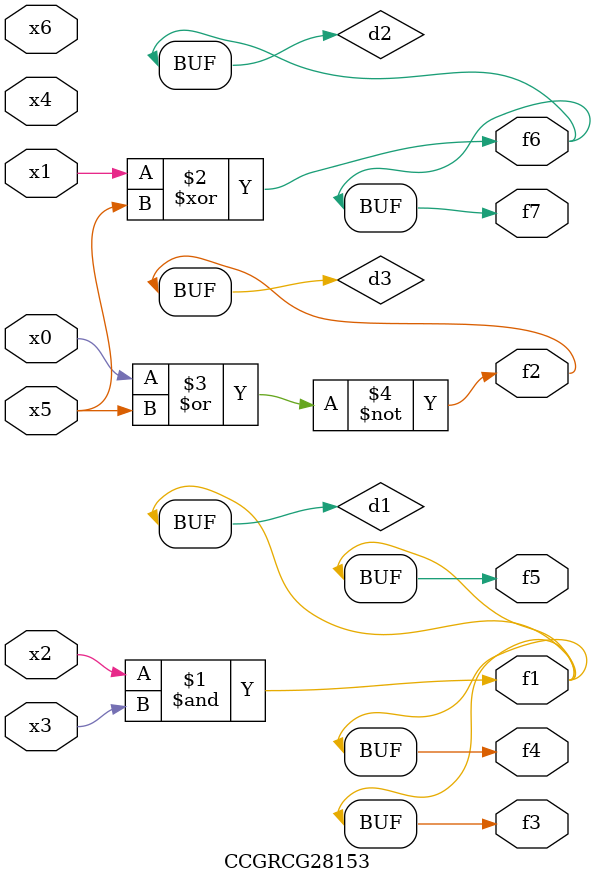
<source format=v>
module CCGRCG28153(
	input x0, x1, x2, x3, x4, x5, x6,
	output f1, f2, f3, f4, f5, f6, f7
);

	wire d1, d2, d3;

	and (d1, x2, x3);
	xor (d2, x1, x5);
	nor (d3, x0, x5);
	assign f1 = d1;
	assign f2 = d3;
	assign f3 = d1;
	assign f4 = d1;
	assign f5 = d1;
	assign f6 = d2;
	assign f7 = d2;
endmodule

</source>
